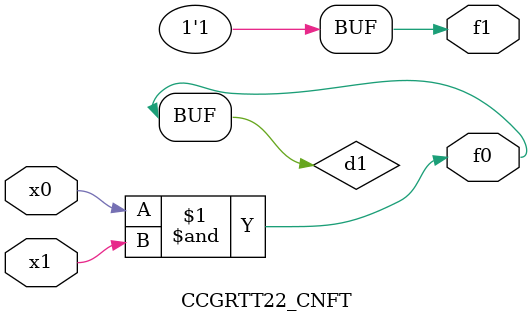
<source format=v>
module CCGRTT22_CNFT(
	input x0, x1,
	output f0, f1
);

	wire d1;

	assign f0 = d1;
	and (d1, x0, x1);
	assign f1 = 1'b1;
endmodule

</source>
